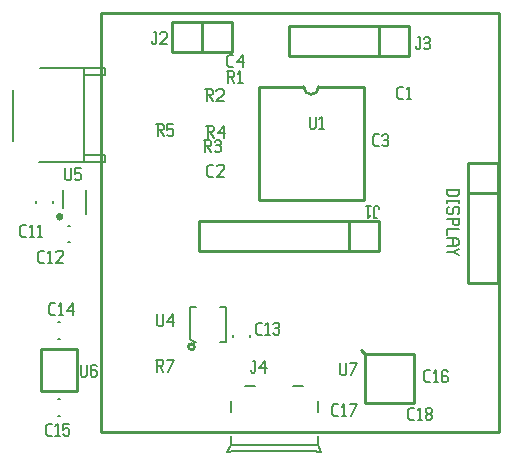
<source format=gbr>
G04 start of page 9 for group -4079 idx -4079 *
G04 Title: SAP, topsilk *
G04 Creator: pcb 4.0.2 *
G04 CreationDate: Tue Jun 12 19:10:11 2018 UTC *
G04 For: phil *
G04 Format: Gerber/RS-274X *
G04 PCB-Dimensions (mil): 1811.02 1574.80 *
G04 PCB-Coordinate-Origin: lower left *
%MOIN*%
%FSLAX25Y25*%
%LNTOPSILK*%
%ADD56C,0.0071*%
%ADD55C,0.0080*%
%ADD54C,0.0050*%
%ADD53C,0.0100*%
G54D53*X64606Y85079D02*X124606D01*
X64606D02*Y75079D01*
X124606D01*
Y85079D02*Y75079D01*
X114606Y85079D02*Y75079D01*
X124606D01*
G54D54*X73622Y56299D02*Y44489D01*
X63092D02*X61812Y45769D01*
Y56299D01*
X73622Y44489D02*X71654D01*
X73622Y56299D02*X71654D01*
X61812D02*X63780D01*
Y44489D02*X63190D01*
G54D53*X61186Y43032D02*G75*G03X61186Y43032I1000J0D01*G01*
G54D55*X81574Y47087D02*Y46301D01*
X76064Y47087D02*Y46301D01*
X17638Y25511D02*X18424D01*
X17638Y20001D02*X18424D01*
X17716Y45670D02*X18502D01*
X17716Y51180D02*X18502D01*
G54D53*X12169Y42339D02*Y28439D01*
X23969D01*
Y42339D02*Y28439D01*
X12169Y42339D02*X23969D01*
G54D54*X75198Y10235D02*X74016Y7873D01*
X104330Y10235D02*X105512Y7873D01*
X75198Y10235D02*X104330D01*
X76772Y8267D02*X102362D01*
X76772D02*X74016Y7873D01*
X102362Y8267D02*X105512Y7873D01*
X79922Y29920D02*X83465D01*
X96063D02*X99212D01*
X104330Y24802D02*Y21259D01*
Y13385D02*Y10235D01*
X75198D02*Y13385D01*
Y21259D02*Y24802D01*
G54D53*X120102Y24354D02*X136276D01*
X120102Y40528D02*X136276D01*
X120102Y24354D02*Y40528D01*
X136276Y24354D02*Y40528D01*
X120102D02*X118602Y42028D01*
X164567Y154331D02*Y14567D01*
X31890D02*X164567D01*
X31890Y154331D02*Y14567D01*
Y154331D02*X164567D01*
X154449Y104213D02*Y64213D01*
X164449D01*
Y104213D02*Y64213D01*
X154449Y104213D02*X164449D01*
X154449Y94213D02*X164449D01*
Y104213D02*Y94213D01*
X94843Y150039D02*X134843D01*
X94843D02*Y140039D01*
X134843D01*
Y150039D02*Y140039D01*
X124843Y150039D02*Y140039D01*
X134843D01*
X55787Y151142D02*X75787D01*
X55787D02*Y141142D01*
X75787D01*
Y151142D02*Y141142D01*
X65787Y151142D02*Y141142D01*
X75787D01*
X84653Y129680D02*X99553D01*
X104553D02*X119553D01*
Y91880D01*
X84653D01*
Y129680D01*
X99553D02*G75*G03X104553Y129680I2500J0D01*G01*
G54D54*X26299Y135984D02*Y133621D01*
Y106851D01*
Y104488D01*
Y135984D02*X33385D01*
Y133621D01*
X26299D02*X33385D01*
X26299Y106851D02*X33385D01*
Y104488D01*
X26299D02*X33385D01*
X11339D02*X26299D01*
X11733Y135984D02*X26299D01*
X2677Y128503D02*Y111575D01*
G54D55*X10473Y91732D02*Y90946D01*
X15983Y91732D02*Y90946D01*
G54D54*X19291Y95276D02*Y89118D01*
X27165Y95276D02*Y87402D01*
G54D53*X18228Y85539D02*G75*G03X18228Y85539I0J800D01*G01*
G54D55*X20867Y83306D02*X21653D01*
X20867Y77796D02*X21653D01*
G54D56*X137590Y146205D02*X138390D01*
Y142705D01*
X137890Y142205D02*X138390Y142705D01*
X137390Y142205D02*X137890D01*
X136890Y142705D02*X137390Y142205D01*
X136890Y143205D02*Y142705D01*
X139590Y145705D02*X140090Y146205D01*
X141090D01*
X141590Y145705D01*
X141090Y142205D02*X141590Y142705D01*
X140090Y142205D02*X141090D01*
X139590Y142705D02*X140090Y142205D01*
Y144405D02*X141090D01*
X141590Y145705D02*Y144905D01*
Y143905D02*Y142705D01*
Y143905D02*X141090Y144405D01*
X141590Y144905D02*X141090Y144405D01*
X101635Y119692D02*Y116192D01*
X102135Y115692D01*
X103135D01*
X103635Y116192D01*
Y119692D02*Y116192D01*
X104835Y118892D02*X105635Y119692D01*
Y115692D01*
X104835D02*X106335D01*
X123259Y109774D02*X124559D01*
X122559Y110474D02*X123259Y109774D01*
X122559Y113074D02*Y110474D01*
Y113074D02*X123259Y113774D01*
X124559D01*
X125759Y113274D02*X126259Y113774D01*
X127259D01*
X127759Y113274D01*
X127259Y109774D02*X127759Y110274D01*
X126259Y109774D02*X127259D01*
X125759Y110274D02*X126259Y109774D01*
Y111974D02*X127259D01*
X127759Y113274D02*Y112474D01*
Y111474D02*Y110274D01*
Y111474D02*X127259Y111974D01*
X127759Y112474D02*X127259Y111974D01*
X131408Y125709D02*X132708D01*
X130708Y126409D02*X131408Y125709D01*
X130708Y129009D02*Y126409D01*
Y129009D02*X131408Y129709D01*
X132708D01*
X133908Y128909D02*X134708Y129709D01*
Y125709D01*
X133908D02*X135408D01*
X49598Y147819D02*X50398D01*
Y144319D01*
X49898Y143819D02*X50398Y144319D01*
X49398Y143819D02*X49898D01*
X48898Y144319D02*X49398Y143819D01*
X48898Y144819D02*Y144319D01*
X51598Y147319D02*X52098Y147819D01*
X53598D01*
X54098Y147319D01*
Y146319D01*
X51598Y143819D02*X54098Y146319D01*
X51598Y143819D02*X54098D01*
X74791Y136339D02*X76091D01*
X74091Y137039D02*X74791Y136339D01*
X74091Y139639D02*Y137039D01*
Y139639D02*X74791Y140339D01*
X76091D01*
X77291Y137839D02*X79291Y140339D01*
X77291Y137839D02*X79791D01*
X79291Y140339D02*Y136339D01*
X66771Y128922D02*X68771D01*
X69271Y128422D01*
Y127422D01*
X68771Y126922D02*X69271Y127422D01*
X67271Y126922D02*X68771D01*
X67271Y128922D02*Y124922D01*
X68071Y126922D02*X69271Y124922D01*
X70471Y128422D02*X70971Y128922D01*
X72471D01*
X72971Y128422D01*
Y127422D01*
X70471Y124922D02*X72971Y127422D01*
X70471Y124922D02*X72971D01*
X74015Y134827D02*X76015D01*
X76515Y134327D01*
Y133327D01*
X76015Y132827D02*X76515Y133327D01*
X74515Y132827D02*X76015D01*
X74515Y134827D02*Y130827D01*
X75315Y132827D02*X76515Y130827D01*
X77715Y134027D02*X78515Y134827D01*
Y130827D01*
X77715D02*X79215D01*
X67166Y116717D02*X69166D01*
X69666Y116217D01*
Y115217D01*
X69166Y114717D02*X69666Y115217D01*
X67666Y114717D02*X69166D01*
X67666Y116717D02*Y112717D01*
X68466Y114717D02*X69666Y112717D01*
X70866Y114217D02*X72866Y116717D01*
X70866Y114217D02*X73366D01*
X72866Y116717D02*Y112717D01*
X66222Y111915D02*X68222D01*
X68722Y111415D01*
Y110415D01*
X68222Y109915D02*X68722Y110415D01*
X66722Y109915D02*X68222D01*
X66722Y111915D02*Y107915D01*
X67522Y109915D02*X68722Y107915D01*
X69922Y111415D02*X70422Y111915D01*
X71422D01*
X71922Y111415D01*
X71422Y107915D02*X71922Y108415D01*
X70422Y107915D02*X71422D01*
X69922Y108415D02*X70422Y107915D01*
Y110115D02*X71422D01*
X71922Y111415D02*Y110615D01*
Y109615D02*Y108415D01*
Y109615D02*X71422Y110115D01*
X71922Y110615D02*X71422Y110115D01*
X68026Y99725D02*X69326D01*
X67326Y100425D02*X68026Y99725D01*
X67326Y103025D02*Y100425D01*
Y103025D02*X68026Y103725D01*
X69326D01*
X70526Y103225D02*X71026Y103725D01*
X72526D01*
X73026Y103225D01*
Y102225D01*
X70526Y99725D02*X73026Y102225D01*
X70526Y99725D02*X73026D01*
X123106Y86079D02*X123906D01*
X123106Y89579D02*Y86079D01*
X123606Y90079D02*X123106Y89579D01*
X123606Y90079D02*X124106D01*
X124606Y89579D02*X124106Y90079D01*
X124606Y89579D02*Y89079D01*
X121906Y86879D02*X121106Y86079D01*
Y90079D02*Y86079D01*
X120406Y90079D02*X121906D01*
X147362Y95169D02*X151362D01*
Y93869D02*X150662Y93169D01*
X148062D02*X150662D01*
X147362Y93869D02*X148062Y93169D01*
X147362Y95669D02*Y93869D01*
X151362Y95669D02*Y93869D01*
Y91969D02*Y90969D01*
X147362Y91469D02*X151362D01*
X147362Y91969D02*Y90969D01*
X151362Y87769D02*X150862Y87269D01*
X151362Y89269D02*Y87769D01*
X150862Y89769D02*X151362Y89269D01*
X149862Y89769D02*X150862D01*
X149862D02*X149362Y89269D01*
Y87769D01*
X148862Y87269D01*
X147862D02*X148862D01*
X147362Y87769D02*X147862Y87269D01*
X147362Y89269D02*Y87769D01*
X147862Y89769D02*X147362Y89269D01*
Y85569D02*X151362D01*
Y86069D02*Y84069D01*
X150862Y83569D01*
X149862D02*X150862D01*
X149362Y84069D02*X149862Y83569D01*
X149362Y85569D02*Y84069D01*
X147362Y82369D02*X151362D01*
X147362D02*Y80369D01*
Y79169D02*X150362D01*
X151362Y78469D01*
Y77369D01*
X150362Y76669D01*
X147362D02*X150362D01*
X149362Y79169D02*Y76669D01*
X151362Y75469D02*X149362Y74469D01*
X151362Y73469D01*
X147362Y74469D02*X149362D01*
X82708Y38369D02*X83508D01*
Y34869D01*
X83008Y34369D02*X83508Y34869D01*
X82508Y34369D02*X83008D01*
X82008Y34869D02*X82508Y34369D01*
X82008Y35369D02*Y34869D01*
X84708Y35869D02*X86708Y38369D01*
X84708Y35869D02*X87208D01*
X86708Y38369D02*Y34369D01*
X111693Y37465D02*Y33965D01*
X112193Y33465D01*
X113193D01*
X113693Y33965D01*
Y37465D02*Y33965D01*
X115393Y33465D02*X117393Y37465D01*
X114893D02*X117393D01*
X135112Y18622D02*X136412D01*
X134412Y19322D02*X135112Y18622D01*
X134412Y21922D02*Y19322D01*
Y21922D02*X135112Y22622D01*
X136412D01*
X137612Y21822D02*X138412Y22622D01*
Y18622D01*
X137612D02*X139112D01*
X140312Y19122D02*X140812Y18622D01*
X140312Y19922D02*Y19122D01*
Y19922D02*X141012Y20622D01*
X141612D01*
X142312Y19922D01*
Y19122D01*
X141812Y18622D02*X142312Y19122D01*
X140812Y18622D02*X141812D01*
X140312Y21322D02*X141012Y20622D01*
X140312Y22122D02*Y21322D01*
Y22122D02*X140812Y22622D01*
X141812D01*
X142312Y22122D01*
Y21322D01*
X141612Y20622D02*X142312Y21322D01*
X109755Y19804D02*X111055D01*
X109055Y20504D02*X109755Y19804D01*
X109055Y23104D02*Y20504D01*
Y23104D02*X109755Y23804D01*
X111055D01*
X112255Y23004D02*X113055Y23804D01*
Y19804D01*
X112255D02*X113755D01*
X115455D02*X117455Y23804D01*
X114955D02*X117455D01*
X84242Y47048D02*X85542D01*
X83542Y47748D02*X84242Y47048D01*
X83542Y50348D02*Y47748D01*
Y50348D02*X84242Y51048D01*
X85542D01*
X86742Y50248D02*X87542Y51048D01*
Y47048D01*
X86742D02*X88242D01*
X89442Y50548D02*X89942Y51048D01*
X90942D01*
X91442Y50548D01*
X90942Y47048D02*X91442Y47548D01*
X89942Y47048D02*X90942D01*
X89442Y47548D02*X89942Y47048D01*
Y49248D02*X90942D01*
X91442Y50548D02*Y49748D01*
Y48748D02*Y47548D01*
Y48748D02*X90942Y49248D01*
X91442Y49748D02*X90942Y49248D01*
X140462Y31221D02*X141762D01*
X139762Y31921D02*X140462Y31221D01*
X139762Y34521D02*Y31921D01*
Y34521D02*X140462Y35221D01*
X141762D01*
X142962Y34421D02*X143762Y35221D01*
Y31221D01*
X142962D02*X144462D01*
X147162Y35221D02*X147662Y34721D01*
X146162Y35221D02*X147162D01*
X145662Y34721D02*X146162Y35221D01*
X145662Y34721D02*Y31721D01*
X146162Y31221D01*
X147162Y33421D02*X147662Y32921D01*
X145662Y33421D02*X147162D01*
X146162Y31221D02*X147162D01*
X147662Y31721D01*
Y32921D02*Y31721D01*
X14243Y13347D02*X15543D01*
X13543Y14047D02*X14243Y13347D01*
X13543Y16647D02*Y14047D01*
Y16647D02*X14243Y17347D01*
X15543D01*
X16743Y16547D02*X17543Y17347D01*
Y13347D01*
X16743D02*X18243D01*
X19443Y17347D02*X21443D01*
X19443D02*Y15347D01*
X19943Y15847D01*
X20943D01*
X21443Y15347D01*
Y13847D01*
X20943Y13347D02*X21443Y13847D01*
X19943Y13347D02*X20943D01*
X19443Y13847D02*X19943Y13347D01*
X25339Y36995D02*Y33495D01*
X25839Y32995D01*
X26839D01*
X27339Y33495D01*
Y36995D02*Y33495D01*
X30039Y36995D02*X30539Y36495D01*
X29039Y36995D02*X30039D01*
X28539Y36495D02*X29039Y36995D01*
X28539Y36495D02*Y33495D01*
X29039Y32995D01*
X30039Y35195D02*X30539Y34695D01*
X28539Y35195D02*X30039D01*
X29039Y32995D02*X30039D01*
X30539Y33495D01*
Y34695D02*Y33495D01*
X50315Y38607D02*X52315D01*
X52815Y38107D01*
Y37107D01*
X52315Y36607D02*X52815Y37107D01*
X50815Y36607D02*X52315D01*
X50815Y38607D02*Y34607D01*
X51615Y36607D02*X52815Y34607D01*
X54515D02*X56515Y38607D01*
X54015D02*X56515D01*
X50393Y117111D02*X52393D01*
X52893Y116611D01*
Y115611D01*
X52393Y115111D02*X52893Y115611D01*
X50893Y115111D02*X52393D01*
X50893Y117111D02*Y113111D01*
X51693Y115111D02*X52893Y113111D01*
X54093Y117111D02*X56093D01*
X54093D02*Y115111D01*
X54593Y115611D01*
X55593D01*
X56093Y115111D01*
Y113611D01*
X55593Y113111D02*X56093Y113611D01*
X54593Y113111D02*X55593D01*
X54093Y113611D02*X54593Y113111D01*
X15464Y53465D02*X16764D01*
X14764Y54165D02*X15464Y53465D01*
X14764Y56765D02*Y54165D01*
Y56765D02*X15464Y57465D01*
X16764D01*
X17964Y56665D02*X18764Y57465D01*
Y53465D01*
X17964D02*X19464D01*
X20664Y54965D02*X22664Y57465D01*
X20664Y54965D02*X23164D01*
X22664Y57465D02*Y53465D01*
X5817Y79725D02*X7117D01*
X5117Y80425D02*X5817Y79725D01*
X5117Y83025D02*Y80425D01*
Y83025D02*X5817Y83725D01*
X7117D01*
X8317Y82925D02*X9117Y83725D01*
Y79725D01*
X8317D02*X9817D01*
X11017Y82925D02*X11817Y83725D01*
Y79725D01*
X11017D02*X12517D01*
X20118Y102504D02*Y99004D01*
X20618Y98504D01*
X21618D01*
X22118Y99004D01*
Y102504D02*Y99004D01*
X23318Y102504D02*X25318D01*
X23318D02*Y100504D01*
X23818Y101004D01*
X24818D01*
X25318Y100504D01*
Y99004D01*
X24818Y98504D02*X25318Y99004D01*
X23818Y98504D02*X24818D01*
X23318Y99004D02*X23818Y98504D01*
X11723Y71063D02*X13023D01*
X11023Y71763D02*X11723Y71063D01*
X11023Y74363D02*Y71763D01*
Y74363D02*X11723Y75063D01*
X13023D01*
X14223Y74263D02*X15023Y75063D01*
Y71063D01*
X14223D02*X15723D01*
X16923Y74563D02*X17423Y75063D01*
X18923D01*
X19423Y74563D01*
Y73563D01*
X16923Y71063D02*X19423Y73563D01*
X16923Y71063D02*X19423D01*
X50787Y53921D02*Y50421D01*
X51287Y49921D01*
X52287D01*
X52787Y50421D01*
Y53921D02*Y50421D01*
X53987Y51421D02*X55987Y53921D01*
X53987Y51421D02*X56487D01*
X55987Y53921D02*Y49921D01*
M02*

</source>
